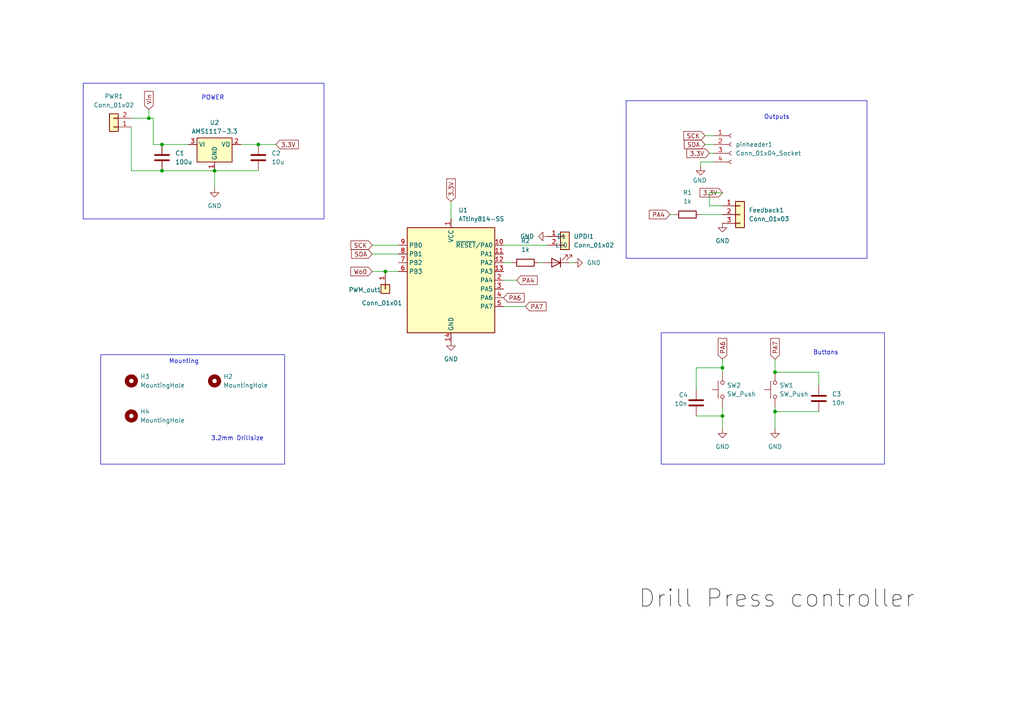
<source format=kicad_sch>
(kicad_sch (version 20250114) (generator "eeschema") (generator_version "9.0")
  (paper "A4")
  (lib_symbols
    (symbol "Connector:Conn_01x04_Socket" (pin_names (offset 1.016) (hide yes))
      (property "Reference" "J" (at 0 5.08 0))
      (property "Value" "Conn_01x04_Socket" (at 0 -7.62 0))
      (symbol "Conn_01x04_Socket_1_1"
        (polyline (pts (xy -1.27 2.54) (xy -0.508 2.54)) (stroke (width 0.1524)))
        (polyline (pts (xy -1.27 0) (xy -0.508 0)) (stroke (width 0.1524)))
        (polyline (pts (xy -1.27 -2.54) (xy -0.508 -2.54)) (stroke (width 0.1524)))
        (polyline (pts (xy -1.27 -5.08) (xy -0.508 -5.08)) (stroke (width 0.1524)))
        (arc (start 0 2.032) (mid -0.5058 2.54) (end 0 3.048) (stroke (width 0.1524)))
        (arc (start 0 -0.508) (mid -0.5058 0) (end 0 0.508) (stroke (width 0.1524)))
        (arc (start 0 -3.048) (mid -0.5058 -2.54) (end 0 -2.032) (stroke (width 0.1524)))
        (arc (start 0 -5.588) (mid -0.5058 -5.08) (end 0 -4.572) (stroke (width 0.1524)))
        (pin passive line (at -5.08 2.54 0) (length 3.81) (name "Pin_1") (number "1"))
        (pin passive line (at -5.08 0 0) (length 3.81) (name "Pin_2") (number "2"))
        (pin passive line (at -5.08 -2.54 0) (length 3.81) (name "Pin_3") (number "3"))
        (pin passive line (at -5.08 -5.08 0) (length 3.81) (name "Pin_4") (number "4"))
      )
    )
    (symbol "Connector_Generic:Conn_01x01" (pin_names (offset 1.016) (hide yes))
      (property "Reference" "J" (at 0 2.54 0))
      (property "Value" "Conn_01x01" (at 0 -2.54 0))
      (symbol "Conn_01x01_1_1"
        (rectangle (start -1.27 1.27) (end 1.27 -1.27) (stroke (width 0.254)) (fill (type background)))
        (rectangle (start -1.27 0.127) (end 0 -0.127) (stroke (width 0.1524)))
        (pin passive line (at -5.08 0 0) (length 3.81) (name "Pin_1") (number "1"))
      )
    )
    (symbol "Connector_Generic:Conn_01x02" (pin_names (offset 1.016) (hide yes))
      (property "Reference" "J" (at 0 2.54 0))
      (property "Value" "Conn_01x02" (at 0 -5.08 0))
      (symbol "Conn_01x02_1_1"
        (rectangle (start -1.27 1.27) (end 1.27 -3.81) (stroke (width 0.254)) (fill (type background)))
        (rectangle (start -1.27 0.127) (end 0 -0.127) (stroke (width 0.1524)))
        (rectangle (start -1.27 -2.413) (end 0 -2.667) (stroke (width 0.1524)))
        (pin passive line (at -5.08 0 0) (length 3.81) (name "Pin_1") (number "1"))
        (pin passive line (at -5.08 -2.54 0) (length 3.81) (name "Pin_2") (number "2"))
      )
    )
    (symbol "Connector_Generic:Conn_01x03" (pin_names (offset 1.016) (hide yes))
      (property "Reference" "J" (at 0 5.08 0))
      (property "Value" "Conn_01x03" (at 0 -5.08 0))
      (symbol "Conn_01x03_1_1"
        (rectangle (start -1.27 3.81) (end 1.27 -3.81) (stroke (width 0.254)) (fill (type background)))
        (rectangle (start -1.27 2.667) (end 0 2.413) (stroke (width 0.1524)))
        (rectangle (start -1.27 0.127) (end 0 -0.127) (stroke (width 0.1524)))
        (rectangle (start -1.27 -2.413) (end 0 -2.667) (stroke (width 0.1524)))
        (pin passive line (at -5.08 2.54 0) (length 3.81) (name "Pin_1") (number "1"))
        (pin passive line (at -5.08 0 0) (length 3.81) (name "Pin_2") (number "2"))
        (pin passive line (at -5.08 -2.54 0) (length 3.81) (name "Pin_3") (number "3"))
      )
    )
    (symbol "Device:C" (pin_numbers (hide yes)) (pin_names (offset 0.254))
      (property "Reference" "C" (at 0.635 2.54 0))
      (property "Value" "C" (at 0.635 -2.54 0))
      (symbol "C_0_1"
        (polyline (pts (xy -2.032 0.762) (xy 2.032 0.762)) (stroke (width 0.508)))
        (polyline (pts (xy -2.032 -0.762) (xy 2.032 -0.762)) (stroke (width 0.508)))
      )
      (symbol "C_1_1"
        (pin passive line (at 0 3.81 270) (length 2.794) (name "~") (number "1"))
        (pin passive line (at 0 -3.81 90) (length 2.794) (name "~") (number "2"))
      )
    )
    (symbol "Device:LED" (pin_numbers (hide yes)) (pin_names (offset 1.016) (hide yes))
      (property "Reference" "D" (at 0 2.54 0))
      (property "Value" "LED" (at 0 -2.54 0))
      (symbol "LED_0_1"
        (polyline (pts (xy -3.048 -0.762) (xy -4.572 -2.286) (xy -3.81 -2.286) (xy -4.572 -2.286) (xy -4.572 -1.524)))
        (polyline (pts (xy -1.778 -0.762) (xy -3.302 -2.286) (xy -2.54 -2.286) (xy -3.302 -2.286) (xy -3.302 -1.524)))
        (polyline (pts (xy -1.27 0) (xy 1.27 0)))
        (polyline (pts (xy -1.27 -1.27) (xy -1.27 1.27)) (stroke (width 0.254)))
        (polyline (pts (xy 1.27 -1.27) (xy 1.27 1.27) (xy -1.27 0) (xy 1.27 -1.27)) (stroke (width 0.254)))
      )
      (symbol "LED_1_1"
        (pin passive line (at -3.81 0 0) (length 2.54) (name "K") (number "1"))
        (pin passive line (at 3.81 0 180) (length 2.54) (name "A") (number "2"))
      )
    )
    (symbol "Device:R" (pin_numbers (hide yes)) (pin_names (offset 0))
      (property "Reference" "R" (at 2.032 0 90))
      (property "Value" "R" (at 0 0 90))
      (symbol "R_0_1"
        (rectangle (start -1.016 -2.54) (end 1.016 2.54) (stroke (width 0.254)))
      )
      (symbol "R_1_1"
        (pin passive line (at 0 3.81 270) (length 1.27) (name "~") (number "1"))
        (pin passive line (at 0 -3.81 90) (length 1.27) (name "~") (number "2"))
      )
    )
    (symbol "MCU_Microchip_ATtiny:ATtiny814-SS"
      (property "Reference" "U" (at -12.7 16.51 0))
      (property "Value" "ATtiny814-SS" (at 2.54 -16.51 0))
      (symbol "ATtiny814-SS_0_1"
        (rectangle (start -12.7 -15.24) (end 12.7 15.24) (stroke (width 0.254)) (fill (type background)))
      )
      (symbol "ATtiny814-SS_1_1"
        (pin bidirectional line (at -15.24 10.16 0) (length 2.54) (name "PB0") (number "9"))
        (pin bidirectional line (at -15.24 7.62 0) (length 2.54) (name "PB1") (number "8"))
        (pin bidirectional line (at -15.24 5.08 0) (length 2.54) (name "PB2") (number "7"))
        (pin bidirectional line (at -15.24 2.54 0) (length 2.54) (name "PB3") (number "6"))
        (pin power_in line (at 0 17.78 270) (length 2.54) (name "VCC") (number "1"))
        (pin power_in line (at 0 -17.78 90) (length 2.54) (name "GND") (number "14"))
        (pin bidirectional line (at 15.24 10.16 180) (length 2.54) (name "~{RESET}/PA0") (number "10"))
        (pin bidirectional line (at 15.24 7.62 180) (length 2.54) (name "PA1") (number "11"))
        (pin bidirectional line (at 15.24 5.08 180) (length 2.54) (name "PA2") (number "12"))
        (pin bidirectional line (at 15.24 2.54 180) (length 2.54) (name "PA3") (number "13"))
        (pin bidirectional line (at 15.24 0 180) (length 2.54) (name "PA4") (number "2"))
        (pin bidirectional line (at 15.24 -2.54 180) (length 2.54) (name "PA5") (number "3"))
        (pin bidirectional line (at 15.24 -5.08 180) (length 2.54) (name "PA6") (number "4"))
        (pin bidirectional line (at 15.24 -7.62 180) (length 2.54) (name "PA7") (number "5"))
      )
    )
    (symbol "Mechanical:MountingHole" (pin_names (offset 1.016)) (in_bom no)
      (property "Reference" "H" (at 0 5.08 0))
      (property "Value" "MountingHole" (at 0 3.175 0))
      (symbol "MountingHole_0_1"
        (circle (center 0 0) (radius 1.27) (stroke (width 1.27)))
      )
    )
    (symbol "Regulator_Linear:AMS1117-3.3"
      (property "Reference" "U" (at -3.81 3.175 0))
      (property "Value" "AMS1117-3.3" (at 0 3.175 0))
      (symbol "AMS1117-3.3_0_1"
        (rectangle (start -5.08 -5.08) (end 5.08 1.905) (stroke (width 0.254)) (fill (type background)))
      )
      (symbol "AMS1117-3.3_1_1"
        (pin power_in line (at -7.62 0 0) (length 2.54) (name "VI") (number "3"))
        (pin power_in line (at 0 -7.62 90) (length 2.54) (name "GND") (number "1"))
        (pin power_out line (at 7.62 0 180) (length 2.54) (name "VO") (number "2"))
      )
    )
    (symbol "Switch:SW_Push" (pin_numbers (hide yes)) (pin_names (offset 1.016) (hide yes))
      (property "Reference" "SW" (at 1.27 2.54 0))
      (property "Value" "SW_Push" (at 0 -1.524 0))
      (symbol "SW_Push_0_1"
        (circle (center -2.032 0) (radius 0.508))
        (polyline (pts (xy 0 1.27) (xy 0 3.048)))
        (circle (center 2.032 0) (radius 0.508))
        (polyline (pts (xy 2.54 1.27) (xy -2.54 1.27)))
        (pin passive line (at -5.08 0 0) (length 2.54) (name "1") (number "1"))
        (pin passive line (at 5.08 0 180) (length 2.54) (name "2") (number "2"))
      )
    )
    (symbol "power:GND" (power) (pin_numbers (hide yes)) (pin_names (offset 0) (hide yes))
      (property "Value" "GND" (at 0 -3.81 0))
      (symbol "GND_0_1"
        (polyline (pts (xy 0 0) (xy 0 -1.27) (xy 1.27 -1.27) (xy 0 -2.54) (xy -1.27 -1.27) (xy 0 -1.27)))
      )
      (symbol "GND_1_1"
        (pin power_in line (at 0 0 270) (length 0) (name "~") (number "1"))
      )
    )
  )
  (rectangle (start 191.77 96.52) (end 256.54 134.62))
  (rectangle (start 29.21 102.87) (end 82.55 134.62))
  (rectangle (start 24.13 24.13) (end 93.98 63.5))
  (rectangle (start 181.61 29.21) (end 251.46 74.93))
  (text "Mounting" (at 53.34 104.902 0) (effects (font (size 1.27 1.27))))
  (text "Drill Press controller" (at 225.298 173.736 0) (effects (font (size 5 5))))
  (text "Buttons" (at 239.522 102.362 0) (effects (font (size 1.27 1.27))))
  (text "POWER" (at 61.722 28.448 0) (effects (font (size 1.27 1.27))))
  (text "3.2mm Drillsize" (at 68.834 127.254 0) (effects (font (size 1.27 1.27))))
  (text "Outputs" (at 225.298 34.036 0) (effects (font (size 1.27 1.27))))
  (junction (at 224.79 119.38))
  (junction (at 209.55 106.68))
  (junction (at 209.55 120.65))
  (junction (at 46.99 41.91))
  (junction (at 62.23 49.53))
  (junction (at 46.99 49.53))
  (junction (at 43.18 34.29))
  (junction (at 224.79 107.95))
  (junction (at 74.93 41.91))
  (junction (at 111.76 78.74))
  (wire (pts (xy 146.05 71.12) (xy 158.75 71.12)))
  (wire (pts (xy 44.45 41.91) (xy 46.99 41.91)))
  (wire (pts (xy 156.21 76.2) (xy 157.48 76.2)))
  (wire (pts (xy 152.4 88.9) (xy 146.05 88.9)))
  (wire (pts (xy 237.49 107.95) (xy 224.79 107.95)))
  (wire (pts (xy 166.37 76.2) (xy 165.1 76.2)))
  (wire (pts (xy 201.93 113.03) (xy 201.93 106.68)))
  (wire (pts (xy 111.76 78.74) (xy 115.57 78.74)))
  (wire (pts (xy 62.23 49.53) (xy 46.99 49.53)))
  (wire (pts (xy 62.23 49.53) (xy 62.23 54.61)))
  (wire (pts (xy 74.93 41.91) (xy 80.01 41.91)))
  (wire (pts (xy 44.45 34.29) (xy 44.45 41.91)))
  (wire (pts (xy 205.74 59.69) (xy 209.55 59.69)))
  (wire (pts (xy 224.79 119.38) (xy 224.79 124.46)))
  (wire (pts (xy 46.99 41.91) (xy 54.61 41.91)))
  (wire (pts (xy 107.95 73.66) (xy 115.57 73.66)))
  (wire (pts (xy 224.79 104.14) (xy 224.79 107.95)))
  (wire (pts (xy 224.79 119.38) (xy 237.49 119.38)))
  (wire (pts (xy 203.2 62.23) (xy 209.55 62.23)))
  (wire (pts (xy 107.95 71.12) (xy 115.57 71.12)))
  (wire (pts (xy 130.81 58.42) (xy 130.81 63.5)))
  (wire (pts (xy 69.85 41.91) (xy 74.93 41.91)))
  (wire (pts (xy 209.55 120.65) (xy 209.55 124.46)))
  (wire (pts (xy 205.74 55.88) (xy 205.74 59.69)))
  (wire (pts (xy 201.93 106.68) (xy 209.55 106.68)))
  (wire (pts (xy 38.1 49.53) (xy 38.1 36.83)))
  (wire (pts (xy 209.55 104.14) (xy 209.55 106.68)))
  (wire (pts (xy 62.23 49.53) (xy 74.93 49.53)))
  (wire (pts (xy 203.2 46.99) (xy 207.01 46.99)))
  (wire (pts (xy 203.2 46.99) (xy 203.2 48.26)))
  (wire (pts (xy 43.18 31.75) (xy 43.18 34.29)))
  (wire (pts (xy 38.1 34.29) (xy 43.18 34.29)))
  (wire (pts (xy 43.18 34.29) (xy 44.45 34.29)))
  (wire (pts (xy 209.55 118.11) (xy 209.55 120.65)))
  (wire (pts (xy 209.55 106.68) (xy 209.55 107.95)))
  (wire (pts (xy 204.47 39.37) (xy 207.01 39.37)))
  (wire (pts (xy 224.79 119.38) (xy 224.79 118.11)))
  (wire (pts (xy 46.99 49.53) (xy 38.1 49.53)))
  (wire (pts (xy 205.74 44.45) (xy 207.01 44.45)))
  (wire (pts (xy 204.47 41.91) (xy 207.01 41.91)))
  (wire (pts (xy 149.86 81.28) (xy 146.05 81.28)))
  (wire (pts (xy 195.58 62.23) (xy 194.31 62.23)))
  (wire (pts (xy 107.95 78.74) (xy 111.76 78.74)))
  (wire (pts (xy 201.93 120.65) (xy 209.55 120.65)))
  (wire (pts (xy 209.55 55.88) (xy 205.74 55.88)))
  (wire (pts (xy 146.05 76.2) (xy 148.59 76.2)))
  (wire (pts (xy 237.49 111.76) (xy 237.49 107.95)))
  (global_label "SCK" (shape input) (at 107.95 71.12 180) (property "Intersheetrefs" "${INTERSHEET_REFS}" (effects (hide yes))))
  (global_label "PA4" (shape input) (at 149.86 81.28 0) (property "Intersheetrefs" "${INTERSHEET_REFS}" (effects (hide yes))))
  (global_label "Wo0" (shape input) (at 107.95 78.74 180) (property "Intersheetrefs" "${INTERSHEET_REFS}" (effects (hide yes))))
  (global_label "PA6" (shape input) (at 146.05 86.36 0) (property "Intersheetrefs" "${INTERSHEET_REFS}" (effects (hide yes))))
  (global_label "3.3V" (shape input) (at 209.55 55.88 180) (property "Intersheetrefs" "${INTERSHEET_REFS}" (effects (hide yes))))
  (global_label "3.3V" (shape input) (at 205.74 44.45 180) (property "Intersheetrefs" "${INTERSHEET_REFS}" (effects (hide yes))))
  (global_label "3.3V" (shape input) (at 130.81 58.42 90) (property "Intersheetrefs" "${INTERSHEET_REFS}" (effects (hide yes))))
  (global_label "PA7" (shape input) (at 152.4 88.9 0) (property "Intersheetrefs" "${INTERSHEET_REFS}" (effects (hide yes))))
  (global_label "SCK" (shape input) (at 204.47 39.37 180) (property "Intersheetrefs" "${INTERSHEET_REFS}" (effects (hide yes))))
  (global_label "SDA" (shape input) (at 204.47 41.91 180) (property "Intersheetrefs" "${INTERSHEET_REFS}" (effects (hide yes))))
  (global_label "Vin" (shape input) (at 43.18 31.75 90) (property "Intersheetrefs" "${INTERSHEET_REFS}" (effects (hide yes))))
  (global_label "PA6" (shape input) (at 209.55 104.14 90) (property "Intersheetrefs" "${INTERSHEET_REFS}" (effects (hide yes))))
  (global_label "PA4" (shape input) (at 194.31 62.23 180) (property "Intersheetrefs" "${INTERSHEET_REFS}" (effects (hide yes))))
  (global_label "PA7" (shape input) (at 224.79 104.14 90) (property "Intersheetrefs" "${INTERSHEET_REFS}" (effects (hide yes))))
  (global_label "SDA" (shape input) (at 107.95 73.66 180) (property "Intersheetrefs" "${INTERSHEET_REFS}" (effects (hide yes))))
  (global_label "3.3V" (shape input) (at 80.01 41.91 0) (property "Intersheetrefs" "${INTERSHEET_REFS}" (effects (hide yes))))
  (symbol (lib_id "Device:C") (at 74.93 45.72 0) (unit 1)
    (property "Reference" "C2" (at 78.74 44.4499 0) (effects (justify left)))
    (property "Value" "10u" (at 78.74 46.9899 0) (effects (justify left)))
    (property "Footprint" "Capacitor_SMD:C_0603_1608Metric_Pad1.08x0.95mm_HandSolder" (effects (hide yes)))
    (property "Description" "Unpolarized capacitor" (effects (hide yes)))
  )
  (symbol (lib_id "power:GND") (at 166.37 76.2 90) (unit 1)
    (property "Reference" "#PWR08" (effects (hide yes)))
    (property "Value" "GND" (at 170.18 76.1999 90) (effects (justify right)))
    (property "Description" "Power symbol creates a global label with name \"GND\" , ground" (effects (hide yes)))
  )
  (symbol (lib_id "Device:R") (at 152.4 76.2 90) (unit 1)
    (property "Reference" "R2" (at 152.4 69.85 90))
    (property "Value" "1k" (at 152.4 72.39 90))
    (property "Footprint" "Resistor_SMD:R_1206_3216Metric_Pad1.30x1.75mm_HandSolder" (effects (hide yes)))
    (property "Description" "Resistor" (effects (hide yes)))
  )
  (symbol (lib_id "Connector_Generic:Conn_01x01") (at 111.76 83.82 270) (unit 1)
    (property "Reference" "PWM_out1" (at 101.092 84.074 90) (effects (justify left)))
    (property "Value" "Conn_01x01" (at 104.902 87.884 90) (effects (justify left)))
    (property "Footprint" "Connector_PinHeader_2.54mm:PinHeader_1x01_P2.54mm_Vertical" (effects (hide yes)))
    (property "Description" "Generic connector, single row, 01x01, script generated (kicad-library-utils/schlib/autogen/connector/)" (effects (hide yes)))
  )
  (symbol (lib_id "Device:C") (at 237.49 115.57 0) (unit 1)
    (property "Reference" "C3" (at 241.3 114.2999 0) (effects (justify left)))
    (property "Value" "10n" (at 241.3 116.8399 0) (effects (justify left)))
    (property "Footprint" "Capacitor_SMD:C_0603_1608Metric_Pad1.08x0.95mm_HandSolder" (effects (hide yes)))
    (property "Description" "Unpolarized capacitor" (effects (hide yes)))
  )
  (symbol (lib_id "Device:C") (at 46.99 45.72 0) (unit 1)
    (property "Reference" "C1" (at 50.8 44.4499 0) (effects (justify left)))
    (property "Value" "100u" (at 50.8 46.9899 0) (effects (justify left)))
    (property "Footprint" "Capacitor_THT:CP_Radial_D10.0mm_P5.00mm" (effects (hide yes)))
    (property "Description" "Unpolarized capacitor" (effects (hide yes)))
  )
  (symbol (lib_id "Connector_Generic:Conn_01x02") (at 33.02 36.83 180) (unit 1)
    (property "Reference" "PWR1" (at 33.02 27.94 0))
    (property "Value" "Conn_01x02" (at 33.02 30.48 0))
    (property "Footprint" "Connector_JST:JST_EH_B2B-EH-A_1x02_P2.50mm_Vertical" (effects (hide yes)))
    (property "Description" "Generic connector, single row, 01x02, script generated (kicad-library-utils/schlib/autogen/connector/)" (effects (hide yes)))
  )
  (symbol (lib_id "Regulator_Linear:AMS1117-3.3") (at 62.23 41.91 0) (unit 1)
    (property "Reference" "U2" (at 62.23 35.56 0))
    (property "Value" "AMS1117-3.3" (at 62.23 38.1 0))
    (property "Footprint" "Package_TO_SOT_SMD:SOT-223-3_TabPin2" (effects (hide yes)))
    (property "Datasheet" "http://www.advanced-monolithic.com/pdf/ds1117.pdf" (effects (hide yes)))
    (property "Description" "1A Low Dropout regulator, positive, 3.3V fixed output, SOT-223" (effects (hide yes)))
  )
  (symbol (lib_id "MCU_Microchip_ATtiny:ATtiny814-SS") (at 130.81 81.28 0) (unit 1)
    (property "Reference" "U1" (at 132.9533 60.96 0) (effects (justify left)))
    (property "Value" "ATtiny814-SS" (at 132.9533 63.5 0) (effects (justify left)))
    (property "Footprint" "Package_SO:SOIC-14_3.9x8.7mm_P1.27mm" (effects (hide yes)))
    (property "Datasheet" "http://ww1.microchip.com/downloads/en/DeviceDoc/40001912A.pdf" (effects (hide yes)))
    (property "Description" "20MHz, 8kB Flash, 512B SRAM, 128B EEPROM, SOIC-14" (effects (hide yes)))
  )
  (symbol (lib_id "Device:LED") (at 161.29 76.2 180) (unit 1)
    (property "Reference" "D1" (at 162.8775 68.58 0))
    (property "Value" "LED" (at 162.8775 71.12 0))
    (property "Footprint" "Capacitor_SMD:C_0603_1608Metric_Pad1.08x0.95mm_HandSolder" (effects (hide yes)))
    (property "Description" "Light emitting diode" (effects (hide yes)))
    (property "Sim.Pins" "1=K 2=A" (effects (hide yes)))
  )
  (symbol (lib_id "power:GND") (at 224.79 124.46 0) (unit 1)
    (property "Reference" "#PWR04" (effects (hide yes)))
    (property "Value" "GND" (at 224.79 129.54 0))
    (property "Description" "Power symbol creates a global label with name \"GND\" , ground" (effects (hide yes)))
  )
  (symbol (lib_id "power:GND") (at 203.2 48.26 0) (unit 1)
    (property "Reference" "#PWR05" (effects (hide yes)))
    (property "Value" "GND" (at 202.946 52.324 0))
    (property "Description" "Power symbol creates a global label with name \"GND\" , ground" (effects (hide yes)))
  )
  (symbol (lib_id "Connector:Conn_01x04_Socket") (at 212.09 41.91 0) (unit 1)
    (property "Reference" "pinheader1" (at 213.36 41.9099 0) (effects (justify left)))
    (property "Value" "Conn_01x04_Socket" (at 213.36 44.4499 0) (effects (justify left)))
    (property "Footprint" "Connector_PinSocket_2.54mm:PinSocket_1x04_P2.54mm_Vertical" (effects (hide yes)))
    (property "Description" "Generic connector, single row, 01x04, script generated" (effects (hide yes)))
  )
  (symbol (lib_id "power:GND") (at 209.55 124.46 0) (unit 1)
    (property "Reference" "#PWR07" (effects (hide yes)))
    (property "Value" "GND" (at 209.55 129.54 0))
    (property "Description" "Power symbol creates a global label with name \"GND\" , ground" (effects (hide yes)))
  )
  (symbol (lib_id "Connector_Generic:Conn_01x03") (at 214.63 62.23 0) (unit 1)
    (property "Reference" "Feedback1" (at 217.17 60.9599 0) (effects (justify left)))
    (property "Value" "Conn_01x03" (at 217.17 63.4999 0) (effects (justify left)))
    (property "Footprint" "Connector_JST:JST_EH_B3B-EH-A_1x03_P2.50mm_Vertical" (effects (hide yes)))
    (property "Description" "Generic connector, single row, 01x03, script generated (kicad-library-utils/schlib/autogen/connector/)" (effects (hide yes)))
  )
  (symbol (lib_id "Switch:SW_Push") (at 224.79 113.03 90) (unit 1)
    (property "Reference" "SW1" (at 226.06 111.7599 90) (effects (justify right)))
    (property "Value" "SW_Push" (at 226.06 114.2999 90) (effects (justify right)))
    (property "Footprint" "Button_Switch_THT:SW_PUSH_1P1T_6x3.5mm_H5.0_APEM_MJTP1250" (effects (hide yes)))
    (property "Description" "Push button switch, generic, two pins" (effects (hide yes)))
  )
  (symbol (lib_id "Mechanical:MountingHole") (at 38.1 120.65 0) (unit 1) (in_bom no)
    (property "Reference" "H4" (at 40.64 119.3799 0) (effects (justify left)))
    (property "Value" "MountingHole" (at 40.64 121.9199 0) (effects (justify left)))
    (property "Footprint" "MountingHole:MountingHole_3.2mm_M3" (effects (hide yes)))
    (property "Description" "Mounting Hole without connection" (effects (hide yes)))
  )
  (symbol (lib_id "power:GND") (at 158.75 68.58 270) (unit 1)
    (property "Reference" "#PWR03" (effects (hide yes)))
    (property "Value" "GND" (at 154.94 68.5799 90) (effects (justify right)))
    (property "Description" "Power symbol creates a global label with name \"GND\" , ground" (effects (hide yes)))
  )
  (symbol (lib_id "Connector_Generic:Conn_01x02") (at 163.83 68.58 0) (unit 1)
    (property "Reference" "UPDI1" (at 166.37 68.5799 0) (effects (justify left)))
    (property "Value" "Conn_01x02" (at 166.37 71.1199 0) (effects (justify left)))
    (property "Footprint" "Connector_PinSocket_2.54mm:PinSocket_1x02_P2.54mm_Vertical" (effects (hide yes)))
    (property "Description" "Generic connector, single row, 01x02, script generated (kicad-library-utils/schlib/autogen/connector/)" (effects (hide yes)))
  )
  (symbol (lib_id "Mechanical:MountingHole") (at 62.23 110.49 0) (unit 1) (in_bom no)
    (property "Reference" "H2" (at 64.77 109.2199 0) (effects (justify left)))
    (property "Value" "MountingHole" (at 64.77 111.7599 0) (effects (justify left)))
    (property "Footprint" "MountingHole:MountingHole_3.2mm_M3" (effects (hide yes)))
    (property "Description" "Mounting Hole without connection" (effects (hide yes)))
  )
  (symbol (lib_id "power:GND") (at 130.81 99.06 0) (unit 1)
    (property "Reference" "#PWR02" (effects (hide yes)))
    (property "Value" "GND" (at 130.81 104.14 0))
    (property "Description" "Power symbol creates a global label with name \"GND\" , ground" (effects (hide yes)))
  )
  (symbol (lib_id "power:GND") (at 62.23 54.61 0) (unit 1)
    (property "Reference" "#PWR01" (effects (hide yes)))
    (property "Value" "GND" (at 62.23 59.69 0))
    (property "Description" "Power symbol creates a global label with name \"GND\" , ground" (effects (hide yes)))
  )
  (symbol (lib_id "Switch:SW_Push") (at 209.55 113.03 90) (unit 1)
    (property "Reference" "SW2" (at 210.82 111.7599 90) (effects (justify right)))
    (property "Value" "SW_Push" (at 210.82 114.2999 90) (effects (justify right)))
    (property "Footprint" "Button_Switch_THT:SW_PUSH_1P1T_6x3.5mm_H5.0_APEM_MJTP1250" (effects (hide yes)))
    (property "Description" "Push button switch, generic, two pins" (effects (hide yes)))
  )
  (symbol (lib_id "Device:R") (at 199.39 62.23 90) (unit 1)
    (property "Reference" "R1" (at 199.39 55.88 90))
    (property "Value" "1k" (at 199.39 58.42 90))
    (property "Footprint" "Resistor_SMD:R_1206_3216Metric_Pad1.30x1.75mm_HandSolder" (effects (hide yes)))
    (property "Description" "Resistor" (effects (hide yes)))
  )
  (symbol (lib_id "power:GND") (at 209.55 64.77 0) (unit 1)
    (property "Reference" "#PWR06" (effects (hide yes)))
    (property "Value" "GND" (at 209.55 69.85 0))
    (property "Description" "Power symbol creates a global label with name \"GND\" , ground" (effects (hide yes)))
  )
  (symbol (lib_id "Mechanical:MountingHole") (at 38.1 110.49 0) (unit 1) (in_bom no)
    (property "Reference" "H3" (at 40.64 109.2199 0) (effects (justify left)))
    (property "Value" "MountingHole" (at 40.64 111.7599 0) (effects (justify left)))
    (property "Footprint" "MountingHole:MountingHole_3.2mm_M3" (effects (hide yes)))
    (property "Description" "Mounting Hole without connection" (effects (hide yes)))
  )
  (symbol (lib_id "Device:C") (at 201.93 116.84 0) (unit 1)
    (property "Reference" "C4" (at 196.85 114.554 0) (effects (justify left)))
    (property "Value" "10n" (at 195.58 117.094 0) (effects (justify left)))
    (property "Footprint" "Capacitor_SMD:C_0603_1608Metric_Pad1.08x0.95mm_HandSolder" (effects (hide yes)))
    (property "Description" "Unpolarized capacitor" (effects (hide yes)))
  )
)
</source>
